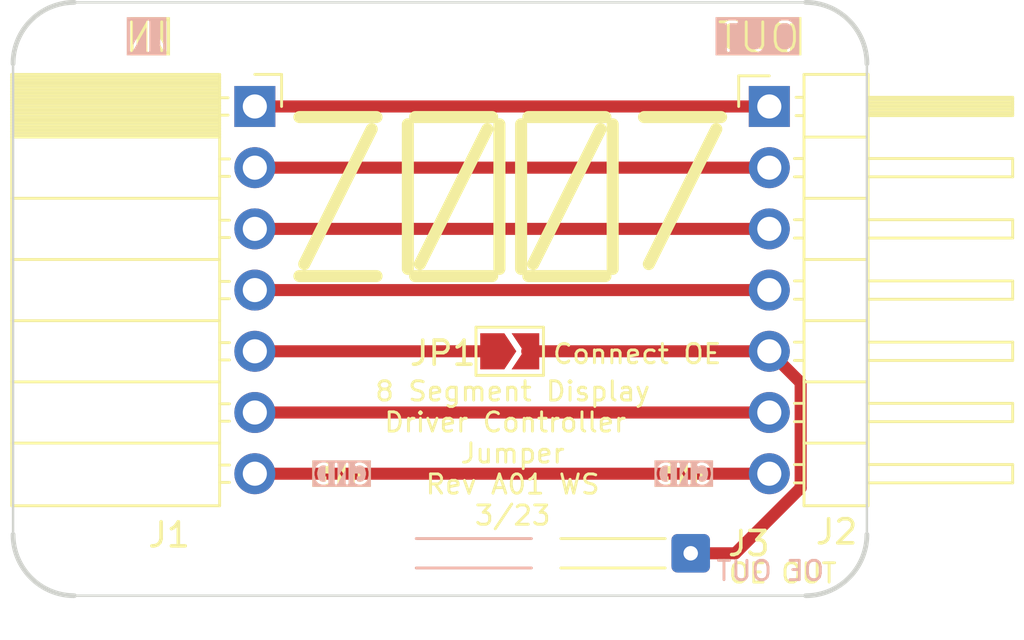
<source format=kicad_pcb>
(kicad_pcb (version 20221018) (generator pcbnew)
  (layers (0 "F.Cu" signal) (31 "B.Cu" signal) (34 "B.Paste" user) (35 "F.Paste" user) (36 "B.SilkS" user "B.Silkscreen") (37 "F.SilkS" user "F.Silkscreen") (38 "B.Mask" user) (39 "F.Mask" user) (44 "Edge.Cuts" user))
  (property "AUTHOR" "Winnie Szeto")
  (property "PROJECT_REVISION" "A01")
  (property "PROJECT_TITLE" "WS Template Project")
  (net 0 "")
  (net 1 "/VDD")
  (net 2 "/nCLR")
  (net 3 "/SRCLK")
  (net 4 "/RCLK")
  (net 5 "/nOE_IN")
  (net 6 "/SER")
  (net 7 "GND")
  (net 8 "/nOE_OUT")
  (footprint "Jumper:SolderJumper-2_P1.3mm_Open_TrianglePad1.0x1.5mm" (layer "F.Cu") (at 131.228 76.2)
    (fp_text reference "JP1" (at -2.778 0.08) (layer "F.SilkS"))
    (fp_text value "SolderJumper_2_Open")
    (fp_line (start -1.4 -1) (end 1.4 -1) (stroke (width 0.12)) (layer "F.SilkS"))
    (fp_line (start -1.4 1) (end -1.4 -1) (stroke (width 0.12)) (layer "F.SilkS"))
    (fp_line (start 1.4 -1) (end 1.4 1) (stroke (width 0.12)) (layer "F.SilkS"))
    (fp_line (start 1.4 1) (end -1.4 1) (stroke (width 0.12)) (layer "F.SilkS"))
    (pad "1" smd custom (at -0.725 0) (size 0.3 0.3) (layers "F.Cu" "F.Mask") (net 5 "/nOE_IN") (options (clearance outline) (anchor rect)) (primitives (gr_poly (pts (xy 1 0) (xy 0.5 0.75) (xy -0.5 0.75) (xy -0.5 -0.75) (xy 0.5 -0.75)) (width 0) (fill yes))))
    (pad "2" smd custom (at 0.725 0) (size 0.3 0.3) (layers "F.Cu" "F.Mask") (net 8 "/nOE_OUT") (options (clearance outline) (anchor rect)) (primitives (gr_poly (pts (xy 0.5 0.75) (xy -0.65 0.75) (xy -0.15 0) (xy -0.65 -0.75) (xy 0.5 -0.75)) (width 0) (fill yes))))
  )
  (footprint "Connector_PinHeader_2.54mm:PinHeader_1x07_P2.54mm_Horizontal" (layer "F.Cu") (at 142 66.04)
    (fp_text reference "J2" (at 2.794 17.653) (layer "F.SilkS"))
    (fp_text value "OUT")
    (fp_line (start -1.27 -1.27) (end 0 -1.27) (stroke (width 0.12)) (layer "F.SilkS"))
    (fp_line (start -1.27 0) (end -1.27 -1.27) (stroke (width 0.12)) (layer "F.SilkS"))
    (fp_line (start 1.042929 2.16) (end 1.44 2.16) (stroke (width 0.12)) (layer "F.SilkS"))
    (fp_line (start 1.042929 2.92) (end 1.44 2.92) (stroke (width 0.12)) (layer "F.SilkS"))
    (fp_line (start 1.042929 4.7) (end 1.44 4.7) (stroke (width 0.12)) (layer "F.SilkS"))
    (fp_line (start 1.042929 5.46) (end 1.44 5.46) (stroke (width 0.12)) (layer "F.SilkS"))
    (fp_line (start 1.042929 7.24) (end 1.44 7.24) (stroke (width 0.12)) (layer "F.SilkS"))
    (fp_line (start 1.042929 8) (end 1.44 8) (stroke (width 0.12)) (layer "F.SilkS"))
    (fp_line (start 1.042929 9.78) (end 1.44 9.78) (stroke (width 0.12)) (layer "F.SilkS"))
    (fp_line (start 1.042929 10.54) (end 1.44 10.54) (stroke (width 0.12)) (layer "F.SilkS"))
    (fp_line (start 1.042929 12.32) (end 1.44 12.32) (stroke (width 0.12)) (layer "F.SilkS"))
    (fp_line (start 1.042929 13.08) (end 1.44 13.08) (stroke (width 0.12)) (layer "F.SilkS"))
    (fp_line (start 1.042929 14.86) (end 1.44 14.86) (stroke (width 0.12)) (layer "F.SilkS"))
    (fp_line (start 1.042929 15.62) (end 1.44 15.62) (stroke (width 0.12)) (layer "F.SilkS"))
    (fp_line (start 1.11 -0.38) (end 1.44 -0.38) (stroke (width 0.12)) (layer "F.SilkS"))
    (fp_line (start 1.11 0.38) (end 1.44 0.38) (stroke (width 0.12)) (layer "F.SilkS"))
    (fp_line (start 1.44 -1.33) (end 1.44 16.57) (stroke (width 0.12)) (layer "F.SilkS"))
    (fp_line (start 1.44 1.27) (end 4.1 1.27) (stroke (width 0.12)) (layer "F.SilkS"))
    (fp_line (start 1.44 3.81) (end 4.1 3.81) (stroke (width 0.12)) (layer "F.SilkS"))
    (fp_line (start 1.44 6.35) (end 4.1 6.35) (stroke (width 0.12)) (layer "F.SilkS"))
    (fp_line (start 1.44 8.89) (end 4.1 8.89) (stroke (width 0.12)) (layer "F.SilkS"))
    (fp_line (start 1.44 11.43) (end 4.1 11.43) (stroke (width 0.12)) (layer "F.SilkS"))
    (fp_line (start 1.44 13.97) (end 4.1 13.97) (stroke (width 0.12)) (layer "F.SilkS"))
    (fp_line (start 1.44 16.57) (end 4.1 16.57) (stroke (width 0.12)) (layer "F.SilkS"))
    (fp_line (start 4.1 -1.33) (end 1.44 -1.33) (stroke (width 0.12)) (layer "F.SilkS"))
    (fp_line (start 4.1 -0.38) (end 10.1 -0.38) (stroke (width 0.12)) (layer "F.SilkS"))
    (fp_line (start 4.1 -0.32) (end 10.1 -0.32) (stroke (width 0.12)) (layer "F.SilkS"))
    (fp_line (start 4.1 -0.2) (end 10.1 -0.2) (stroke (width 0.12)) (layer "F.SilkS"))
    (fp_line (start 4.1 -0.08) (end 10.1 -0.08) (stroke (width 0.12)) (layer "F.SilkS"))
    (fp_line (start 4.1 0.04) (end 10.1 0.04) (stroke (width 0.12)) (layer "F.SilkS"))
    (fp_line (start 4.1 0.16) (end 10.1 0.16) (stroke (width 0.12)) (layer "F.SilkS"))
    (fp_line (start 4.1 0.28) (end 10.1 0.28) (stroke (width 0.12)) (layer "F.SilkS"))
    (fp_line (start 4.1 2.16) (end 10.1 2.16) (stroke (width 0.12)) (layer "F.SilkS"))
    (fp_line (start 4.1 4.7) (end 10.1 4.7) (stroke (width 0.12)) (layer "F.SilkS"))
    (fp_line (start 4.1 7.24) (end 10.1 7.24) (stroke (width 0.12)) (layer "F.SilkS"))
    (fp_line (start 4.1 9.78) (end 10.1 9.78) (stroke (width 0.12)) (layer "F.SilkS"))
    (fp_line (start 4.1 12.32) (end 10.1 12.32) (stroke (width 0.12)) (layer "F.SilkS"))
    (fp_line (start 4.1 14.86) (end 10.1 14.86) (stroke (width 0.12)) (layer "F.SilkS"))
    (fp_line (start 4.1 16.57) (end 4.1 -1.33) (stroke (width 0.12)) (layer "F.SilkS"))
    (fp_line (start 10.1 -0.38) (end 10.1 0.38) (stroke (width 0.12)) (layer "F.SilkS"))
    (fp_line (start 10.1 0.38) (end 4.1 0.38) (stroke (width 0.12)) (layer "F.SilkS"))
    (fp_line (start 10.1 2.16) (end 10.1 2.92) (stroke (width 0.12)) (layer "F.SilkS"))
    (fp_line (start 10.1 2.92) (end 4.1 2.92) (stroke (width 0.12)) (layer "F.SilkS"))
    (fp_line (start 10.1 4.7) (end 10.1 5.46) (stroke (width 0.12)) (layer "F.SilkS"))
    (fp_line (start 10.1 5.46) (end 4.1 5.46) (stroke (width 0.12)) (layer "F.SilkS"))
    (fp_line (start 10.1 7.24) (end 10.1 8) (stroke (width 0.12)) (layer "F.SilkS"))
    (fp_line (start 10.1 8) (end 4.1 8) (stroke (width 0.12)) (layer "F.SilkS"))
    (fp_line (start 10.1 9.78) (end 10.1 10.54) (stroke (width 0.12)) (layer "F.SilkS"))
    (fp_line (start 10.1 10.54) (end 4.1 10.54) (stroke (width 0.12)) (layer "F.SilkS"))
    (fp_line (start 10.1 12.32) (end 10.1 13.08) (stroke (width 0.12)) (layer "F.SilkS"))
    (fp_line (start 10.1 13.08) (end 4.1 13.08) (stroke (width 0.12)) (layer "F.SilkS"))
    (fp_line (start 10.1 14.86) (end 10.1 15.62) (stroke (width 0.12)) (layer "F.SilkS"))
    (fp_line (start 10.1 15.62) (end 4.1 15.62) (stroke (width 0.12)) (layer "F.SilkS"))
    (pad "1" thru_hole rect (at 0 0) (size 1.7 1.7) (drill 1) (layers "*.Cu" "*.Mask") (net 1 "/VDD"))
    (pad "2" thru_hole oval (at 0 2.54) (size 1.7 1.7) (drill 1) (layers "*.Cu" "*.Mask") (net 2 "/nCLR"))
    (pad "3" thru_hole oval (at 0 5.08) (size 1.7 1.7) (drill 1) (layers "*.Cu" "*.Mask") (net 3 "/SRCLK"))
    (pad "4" thru_hole oval (at 0 7.62) (size 1.7 1.7) (drill 1) (layers "*.Cu" "*.Mask") (net 4 "/RCLK"))
    (pad "5" thru_hole oval (at 0 10.16) (size 1.7 1.7) (drill 1) (layers "*.Cu" "*.Mask") (net 8 "/nOE_OUT"))
    (pad "6" thru_hole oval (at 0 12.7) (size 1.7 1.7) (drill 1) (layers "*.Cu" "*.Mask") (net 6 "/SER"))
    (pad "7" thru_hole oval (at 0 15.24) (size 1.7 1.7) (drill 1) (layers "*.Cu" "*.Mask") (net 7 "GND"))
  )
  (footprint "Connector_Wire:SolderWire-0.1sqmm_1x01_D0.4mm_OD1mm_Relief2x" (layer "F.Cu") (at 138.738 84.582 -90)
    (fp_text reference "J3" (at -0.402 -2.412) (layer "F.SilkS"))
    (fp_text value "nOEInject")
    (fp_line (start -0.61 6.61) (end -0.61 11.39) (stroke (width 0.12)) (layer "B.SilkS"))
    (fp_line (start 0.61 6.61) (end 0.61 11.39) (stroke (width 0.12)) (layer "B.SilkS"))
    (fp_line (start -0.61 1.06) (end -0.61 5.39) (stroke (width 0.12)) (layer "F.SilkS"))
    (fp_line (start 0.61 1.06) (end 0.61 5.39) (stroke (width 0.12)) (layer "F.SilkS"))
    (pad "" np_thru_hole circle (at 0 6 270) (size 1.5 1.5) (drill 1.5) (layers "*.Cu" "*.Mask"))
    (pad "" np_thru_hole circle (at 0 12 270) (size 1.5 1.5) (drill 1.5) (layers "*.Cu" "*.Mask"))
    (pad "1" thru_hole roundrect (at 0 0 270) (size 1.6 1.6) (drill 0.6) (layers "*.Cu" "*.Mask") (roundrect_rratio 0.15625) (net 8 "/nOE_OUT"))
  )
  (footprint "Connector_PinSocket_2.54mm:PinSocket_1x07_P2.54mm_Horizontal" (layer "F.Cu") (at 120.65 66.04)
    (fp_text reference "J1" (at -3.556 17.78) (layer "F.SilkS"))
    (fp_text value "IN")
    (fp_line (start -10.09 -1.33) (end -10.09 16.57) (stroke (width 0.12)) (layer "F.SilkS"))
    (fp_line (start -10.09 -1.33) (end -1.46 -1.33) (stroke (width 0.12)) (layer "F.SilkS"))
    (fp_line (start -10.09 -1.21) (end -1.46 -1.21) (stroke (width 0.12)) (layer "F.SilkS"))
    (fp_line (start -10.09 -1.091905) (end -1.46 -1.091905) (stroke (width 0.12)) (layer "F.SilkS"))
    (fp_line (start -10.09 -0.97381) (end -1.46 -0.97381) (stroke (width 0.12)) (layer "F.SilkS"))
    (fp_line (start -10.09 -0.855715) (end -1.46 -0.855715) (stroke (width 0.12)) (layer "F.SilkS"))
    (fp_line (start -10.09 -0.73762) (end -1.46 -0.73762) (stroke (width 0.12)) (layer "F.SilkS"))
    (fp_line (start -10.09 -0.619525) (end -1.46 -0.619525) (stroke (width 0.12)) (layer "F.SilkS"))
    (fp_line (start -10.09 -0.50143) (end -1.46 -0.50143) (stroke (width 0.12)) (layer "F.SilkS"))
    (fp_line (start -10.09 -0.383335) (end -1.46 -0.383335) (stroke (width 0.12)) (layer "F.SilkS"))
    (fp_line (start -10.09 -0.26524) (end -1.46 -0.26524) (stroke (width 0.12)) (layer "F.SilkS"))
    (fp_line (start -10.09 -0.147145) (end -1.46 -0.147145) (stroke (width 0.12)) (layer "F.SilkS"))
    (fp_line (start -10.09 -0.02905) (end -1.46 -0.02905) (stroke (width 0.12)) (layer "F.SilkS"))
    (fp_line (start -10.09 0.089045) (end -1.46 0.089045) (stroke (width 0.12)) (layer "F.SilkS"))
    (fp_line (start -10.09 0.20714) (end -1.46 0.20714) (stroke (width 0.12)) (layer "F.SilkS"))
    (fp_line (start -10.09 0.325235) (end -1.46 0.325235) (stroke (width 0.12)) (layer "F.SilkS"))
    (fp_line (start -10.09 0.44333) (end -1.46 0.44333) (stroke (width 0.12)) (layer "F.SilkS"))
    (fp_line (start -10.09 0.561425) (end -1.46 0.561425) (stroke (width 0.12)) (layer "F.SilkS"))
    (fp_line (start -10.09 0.67952) (end -1.46 0.67952) (stroke (width 0.12)) (layer "F.SilkS"))
    (fp_line (start -10.09 0.797615) (end -1.46 0.797615) (stroke (width 0.12)) (layer "F.SilkS"))
    (fp_line (start -10.09 0.91571) (end -1.46 0.91571) (stroke (width 0.12)) (layer "F.SilkS"))
    (fp_line (start -10.09 1.033805) (end -1.46 1.033805) (stroke (width 0.12)) (layer "F.SilkS"))
    (fp_line (start -10.09 1.1519) (end -1.46 1.1519) (stroke (width 0.12)) (layer "F.SilkS"))
    (fp_line (start -10.09 1.27) (end -1.46 1.27) (stroke (width 0.12)) (layer "F.SilkS"))
    (fp_line (start -10.09 3.81) (end -1.46 3.81) (stroke (width 0.12)) (layer "F.SilkS"))
    (fp_line (start -10.09 6.35) (end -1.46 6.35) (stroke (width 0.12)) (layer "F.SilkS"))
    (fp_line (start -10.09 8.89) (end -1.46 8.89) (stroke (width 0.12)) (layer "F.SilkS"))
    (fp_line (start -10.09 11.43) (end -1.46 11.43) (stroke (width 0.12)) (layer "F.SilkS"))
    (fp_line (start -10.09 13.97) (end -1.46 13.97) (stroke (width 0.12)) (layer "F.SilkS"))
    (fp_line (start -10.09 16.57) (end -1.46 16.57) (stroke (width 0.12)) (layer "F.SilkS"))
    (fp_line (start -1.46 -1.33) (end -1.46 16.57) (stroke (width 0.12)) (layer "F.SilkS"))
    (fp_line (start -1.46 -0.36) (end -1.11 -0.36) (stroke (width 0.12)) (layer "F.SilkS"))
    (fp_line (start -1.46 0.36) (end -1.11 0.36) (stroke (width 0.12)) (layer "F.SilkS"))
    (fp_line (start -1.46 2.18) (end -1.05 2.18) (stroke (width 0.12)) (layer "F.SilkS"))
    (fp_line (start -1.46 2.9) (end -1.05 2.9) (stroke (width 0.12)) (layer "F.SilkS"))
    (fp_line (start -1.46 4.72) (end -1.05 4.72) (stroke (width 0.12)) (layer "F.SilkS"))
    (fp_line (start -1.46 5.44) (end -1.05 5.44) (stroke (width 0.12)) (layer "F.SilkS"))
    (fp_line (start -1.46 7.26) (end -1.05 7.26) (stroke (width 0.12)) (layer "F.SilkS"))
    (fp_line (start -1.46 7.98) (end -1.05 7.98) (stroke (width 0.12)) (layer "F.SilkS"))
    (fp_line (start -1.46 9.8) (end -1.05 9.8) (stroke (width 0.12)) (layer "F.SilkS"))
    (fp_line (start -1.46 10.52) (end -1.05 10.52) (stroke (width 0.12)) (layer "F.SilkS"))
    (fp_line (start -1.46 12.34) (end -1.05 12.34) (stroke (width 0.12)) (layer "F.SilkS"))
    (fp_line (start -1.46 13.06) (end -1.05 13.06) (stroke (width 0.12)) (layer "F.SilkS"))
    (fp_line (start -1.46 14.88) (end -1.05 14.88) (stroke (width 0.12)) (layer "F.SilkS"))
    (fp_line (start -1.46 15.6) (end -1.05 15.6) (stroke (width 0.12)) (layer "F.SilkS"))
    (fp_line (start 0 -1.33) (end 1.11 -1.33) (stroke (width 0.12)) (layer "F.SilkS"))
    (fp_line (start 1.11 -1.33) (end 1.11 0) (stroke (width 0.12)) (layer "F.SilkS"))
    (pad "1" thru_hole rect (at 0 0) (size 1.7 1.7) (drill 1) (layers "*.Cu" "*.Mask") (net 1 "/VDD"))
    (pad "2" thru_hole oval (at 0 2.54) (size 1.7 1.7) (drill 1) (layers "*.Cu" "*.Mask") (net 2 "/nCLR"))
    (pad "3" thru_hole oval (at 0 5.08) (size 1.7 1.7) (drill 1) (layers "*.Cu" "*.Mask") (net 3 "/SRCLK"))
    (pad "4" thru_hole oval (at 0 7.62) (size 1.7 1.7) (drill 1) (layers "*.Cu" "*.Mask") (net 4 "/RCLK"))
    (pad "5" thru_hole oval (at 0 10.16) (size 1.7 1.7) (drill 1) (layers "*.Cu" "*.Mask") (net 5 "/nOE_IN"))
    (pad "6" thru_hole oval (at 0 12.7) (size 1.7 1.7) (drill 1) (layers "*.Cu" "*.Mask") (net 6 "/SER"))
    (pad "7" thru_hole oval (at 0 15.24) (size 1.7 1.7) (drill 1) (layers "*.Cu" "*.Mask") (net 7 "GND"))
  )
  (gr_line (start 122.5 66.48) (end 125.7 66.48) (stroke (width 0.5)) (layer "F.SilkS"))
  (gr_line (start 136.8 66.48) (end 140 66.48) (stroke (width 0.5)) (layer "F.SilkS"))
  (gr_line (start 135.2 73.08) (end 132 73.08) (stroke (width 0.5)) (layer "F.SilkS"))
  (gr_line (start 130.3 66.98) (end 127.5 72.58) (stroke (width 0.5)) (layer "F.SilkS"))
  (gr_line (start 135.5 66.78) (end 135.5 72.78) (stroke (width 0.5)) (layer "F.SilkS"))
  (gr_line (start 124.2 69.58) (end 122.7 72.58) (stroke (width 0.5)) (layer "F.SilkS"))
  (gr_line (start 125.7 73.08) (end 122.5 73.08) (stroke (width 0.5)) (layer "F.SilkS"))
  (gr_line (start 127 72.78) (end 127 66.78) (stroke (width 0.5)) (layer "F.SilkS"))
  (gr_line (start 132 66.48) (end 135.2 66.48) (stroke (width 0.5)) (layer "F.SilkS"))
  (gr_line (start 130.8 66.78) (end 130.8 72.78) (stroke (width 0.5)) (layer "F.SilkS"))
  (gr_line (start 124.2 69.58) (end 125.5 66.98) (stroke (width 0.5)) (layer "F.SilkS"))
  (gr_line (start 135 66.98) (end 132.2 72.58) (stroke (width 0.5)) (layer "F.SilkS"))
  (gr_line (start 131.7 72.78) (end 131.7 66.78) (stroke (width 0.5)) (layer "F.SilkS"))
  (gr_line (start 127.3 66.48) (end 130.5 66.48) (stroke (width 0.5)) (layer "F.SilkS"))
  (gr_line (start 139.8 66.98) (end 137 72.58) (stroke (width 0.5)) (layer "F.SilkS"))
  (gr_line (start 130.5 73.08) (end 127.3 73.08) (stroke (width 0.5)) (layer "F.SilkS"))
  (gr_line (start 113.157 61.722) (end 143.510001 61.722) (stroke (width 0.1)) (layer "Edge.Cuts"))
  (gr_arc (start 143.510001 61.722) (mid 145.306052 62.465949) (end 146.050001 64.262) (stroke (width 0.2)) (layer "Edge.Cuts"))
  (gr_line (start 146.050001 64.262) (end 146.05 83.801948) (stroke (width 0.1)) (layer "Edge.Cuts"))
  (gr_arc (start 146.05 83.801948) (mid 145.306052 85.598) (end 143.51 86.341948) (stroke (width 0.2)) (layer "Edge.Cuts"))
  (gr_arc (start 113.156999 86.341948) (mid 111.360948 85.597999) (end 110.616999 83.801948) (stroke (width 0.2)) (layer "Edge.Cuts"))
  (gr_line (start 110.616999 83.801948) (end 110.617 64.262) (stroke (width 0.1)) (layer "Edge.Cuts"))
  (gr_line (start 143.51 86.341948) (end 113.156999 86.341948) (stroke (width 0.1)) (layer "Edge.Cuts"))
  (gr_arc (start 110.617 64.262) (mid 111.360948 62.465948) (end 113.157 61.722) (stroke (width 0.2)) (layer "Edge.Cuts"))
  (gr_text "GND" (at 125.55 81.78) (layer "B.SilkS" knockout) (effects (font (size 0.8 0.8) (thickness 0.12)) (justify left bottom mirror)))
  (gr_text "OUT\n" (at 143.35 63.88) (layer "B.SilkS" knockout) (effects (font (size 1.2 1.2) (thickness 0.12)) (justify left bottom mirror)))
  (gr_text "OE OUT" (at 144.35 85.78) (layer "B.SilkS") (effects (font (size 0.8 0.8) (thickness 0.12)) (justify left bottom mirror)))
  (gr_text "GND" (at 139.75 81.78) (layer "B.SilkS" knockout) (effects (font (size 0.8 0.8) (thickness 0.12)) (justify left bottom mirror)))
  (gr_text "IN" (at 117.15 63.88) (layer "B.SilkS" knockout) (effects (font (size 1.2 1.2) (thickness 0.12)) (justify left bottom mirror)))
  (gr_text "IN" (at 115.316 63.881) (layer "F.SilkS" knockout) (effects (font (size 1.2 1.2) (thickness 0.12)) (justify left bottom)))
  (gr_text "OUT\n" (at 139.75 63.88) (layer "F.SilkS" knockout) (effects (font (size 1.2 1.2) (thickness 0.12)) (justify left bottom)))
  (gr_text "GND" (at 137.15 81.78) (layer "F.SilkS" knockout) (effects (font (size 0.8 0.8) (thickness 0.12)) (justify left bottom)))
  (gr_text "Connect OE" (at 132.95 76.78) (layer "F.SilkS") (effects (font (size 0.8 0.8) (thickness 0.12)) (justify left bottom)))
  (gr_text "OE OUT" (at 140.25 85.88) (layer "F.SilkS") (effects (font (size 0.8 0.8) (thickness 0.12)) (justify left bottom)))
  (gr_text "8 Segment Display\nDriver Controller \nJumper\nRev A01 WS\n3/23" (at 131.35 83.48) (layer "F.SilkS") (effects (font (size 0.8 0.8) (thickness 0.12)) (justify bottom)))
  (gr_text "GND" (at 122.95 81.78) (layer "F.SilkS" knockout) (effects (font (size 0.8 0.8) (thickness 0.12)) (justify left bottom)))
  (segment (start 142 66.04) (end 120.65 66.04) (width 0.5) (layer "F.Cu") (net 1))
  (segment (start 120.65 68.58) (end 142 68.58) (width 0.5) (layer "F.Cu") (net 2))
  (segment (start 142 71.12) (end 120.65 71.12) (width 0.5) (layer "F.Cu") (net 3))
  (segment (start 120.65 73.66) (end 142 73.66) (width 0.5) (layer "F.Cu") (net 4))
  (segment (start 130.503 76.2) (end 120.65 76.2) (width 0.5) (layer "F.Cu") (net 5))
  (segment (start 142 78.74) (end 120.65 78.74) (width 0.5) (layer "F.Cu") (net 6))
  (segment (start 120.65 81.28) (end 142 81.28) (width 0.5) (layer "F.Cu") (net 7))
  (segment (start 143.3 77.5) (end 143.3 81.871) (width 0.5) (layer "F.Cu") (net 8))
  (segment (start 140.589 84.582) (end 138.738 84.582) (width 0.5) (layer "F.Cu") (net 8))
  (segment (start 142 76.2) (end 143.3 77.5) (width 0.5) (layer "F.Cu") (net 8))
  (segment (start 142 76.2) (end 131.953 76.2) (width 0.5) (layer "F.Cu") (net 8))
  (segment (start 143.3 81.871) (end 140.589 84.582) (width 0.5) (layer "F.Cu") (net 8))
)
</source>
